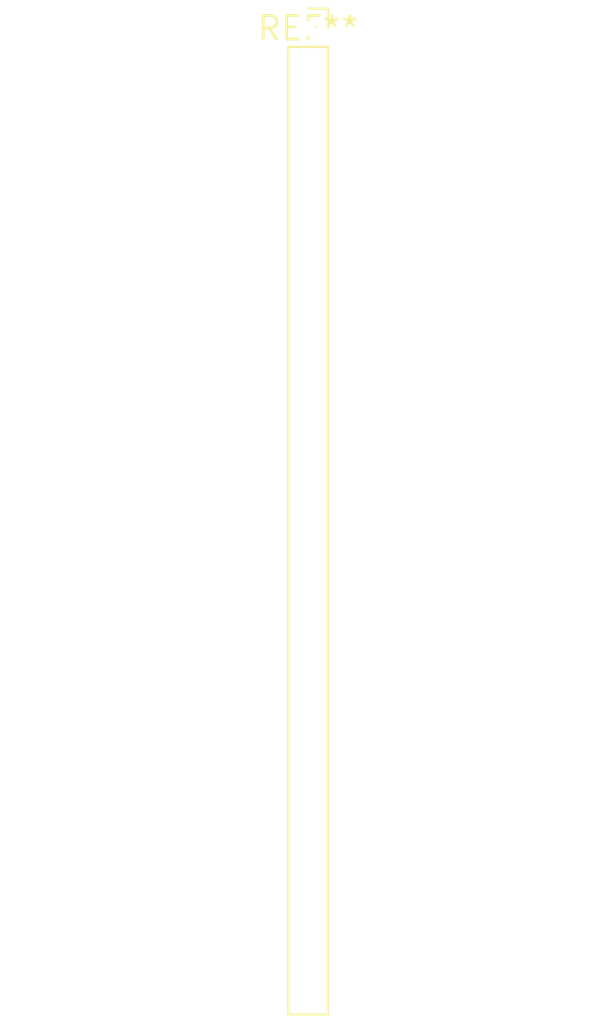
<source format=kicad_pcb>
(kicad_pcb (version 20240108) (generator pcbnew)
  (layers (0 "F.Cu" signal) (31 "B.Cu" signal) (34 "B.Paste" user) (35 "F.Paste" user) (36 "B.SilkS" user "B.Silkscreen") (37 "F.SilkS" user "F.Silkscreen") (38 "B.Mask" user) (39 "F.Mask" user) (44 "Edge.Cuts" user))
  (net 0 "")
  (footprint "PinSocket_1x27_P2.00mm_Vertical" (layer "F.Cu") (at 0 0)
    (property "Reference" "REF**")
    (property "Value" "PinSocket_1x27_P2.00mm_Vertical")
    (fp_line (start -1.06 1) (end -1.06 53.06) (layer "F.SilkS") (stroke (width 0.12)))
    (fp_line (start -1.06 1) (end 1.06 1) (layer "F.SilkS") (stroke (width 0.12)))
    (fp_line (start -1.06 53.06) (end 1.06 53.06) (layer "F.SilkS") (stroke (width 0.12)))
    (fp_line (start 0 -1.06) (end 1.06 -1.06) (layer "F.SilkS") (stroke (width 0.12)))
    (fp_line (start 1.06 -1.06) (end 1.06 0) (layer "F.SilkS") (stroke (width 0.12)))
    (fp_line (start 1.06 1) (end 1.06 53.06) (layer "F.SilkS") (stroke (width 0.12)))
    (pad "1" thru_hole rect (at 0 0) (size 1.35 1.35) (drill 0.8) (layers *.Cu *.Mask) (remove_unused_layers))
    (pad "2" thru_hole oval (at 0 2) (size 1.35 1.35) (drill 0.8) (layers *.Cu *.Mask) (remove_unused_layers))
    (pad "3" thru_hole oval (at 0 4) (size 1.35 1.35) (drill 0.8) (layers *.Cu *.Mask) (remove_unused_layers))
    (pad "4" thru_hole oval (at 0 6) (size 1.35 1.35) (drill 0.8) (layers *.Cu *.Mask) (remove_unused_layers))
    (pad "5" thru_hole oval (at 0 8) (size 1.35 1.35) (drill 0.8) (layers *.Cu *.Mask) (remove_unused_layers))
    (pad "6" thru_hole oval (at 0 10) (size 1.35 1.35) (drill 0.8) (layers *.Cu *.Mask) (remove_unused_layers))
    (pad "7" thru_hole oval (at 0 12) (size 1.35 1.35) (drill 0.8) (layers *.Cu *.Mask) (remove_unused_layers))
    (pad "8" thru_hole oval (at 0 14) (size 1.35 1.35) (drill 0.8) (layers *.Cu *.Mask) (remove_unused_layers))
    (pad "9" thru_hole oval (at 0 16) (size 1.35 1.35) (drill 0.8) (layers *.Cu *.Mask) (remove_unused_layers))
    (pad "10" thru_hole oval (at 0 18) (size 1.35 1.35) (drill 0.8) (layers *.Cu *.Mask) (remove_unused_layers))
    (pad "11" thru_hole oval (at 0 20) (size 1.35 1.35) (drill 0.8) (layers *.Cu *.Mask) (remove_unused_layers))
    (pad "12" thru_hole oval (at 0 22) (size 1.35 1.35) (drill 0.8) (layers *.Cu *.Mask) (remove_unused_layers))
    (pad "13" thru_hole oval (at 0 24) (size 1.35 1.35) (drill 0.8) (layers *.Cu *.Mask) (remove_unused_layers))
    (pad "14" thru_hole oval (at 0 26) (size 1.35 1.35) (drill 0.8) (layers *.Cu *.Mask) (remove_unused_layers))
    (pad "15" thru_hole oval (at 0 28) (size 1.35 1.35) (drill 0.8) (layers *.Cu *.Mask) (remove_unused_layers))
    (pad "16" thru_hole oval (at 0 30) (size 1.35 1.35) (drill 0.8) (layers *.Cu *.Mask) (remove_unused_layers))
    (pad "17" thru_hole oval (at 0 32) (size 1.35 1.35) (drill 0.8) (layers *.Cu *.Mask) (remove_unused_layers))
    (pad "18" thru_hole oval (at 0 34) (size 1.35 1.35) (drill 0.8) (layers *.Cu *.Mask) (remove_unused_layers))
    (pad "19" thru_hole oval (at 0 36) (size 1.35 1.35) (drill 0.8) (layers *.Cu *.Mask) (remove_unused_layers))
    (pad "20" thru_hole oval (at 0 38) (size 1.35 1.35) (drill 0.8) (layers *.Cu *.Mask) (remove_unused_layers))
    (pad "21" thru_hole oval (at 0 40) (size 1.35 1.35) (drill 0.8) (layers *.Cu *.Mask) (remove_unused_layers))
    (pad "22" thru_hole oval (at 0 42) (size 1.35 1.35) (drill 0.8) (layers *.Cu *.Mask) (remove_unused_layers))
    (pad "23" thru_hole oval (at 0 44) (size 1.35 1.35) (drill 0.8) (layers *.Cu *.Mask) (remove_unused_layers))
    (pad "24" thru_hole oval (at 0 46) (size 1.35 1.35) (drill 0.8) (layers *.Cu *.Mask) (remove_unused_layers))
    (pad "25" thru_hole oval (at 0 48) (size 1.35 1.35) (drill 0.8) (layers *.Cu *.Mask) (remove_unused_layers))
    (pad "26" thru_hole oval (at 0 50) (size 1.35 1.35) (drill 0.8) (layers *.Cu *.Mask) (remove_unused_layers))
    (pad "27" thru_hole oval (at 0 52) (size 1.35 1.35) (drill 0.8) (layers *.Cu *.Mask) (remove_unused_layers))
  )
)
</source>
